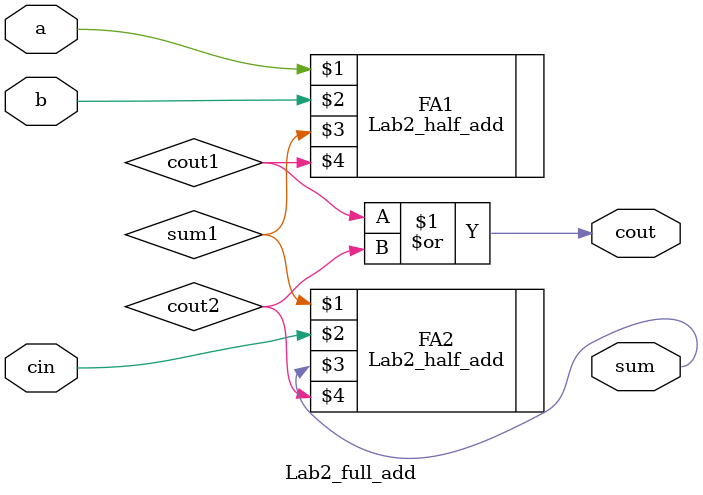
<source format=v>
module Lab2_full_add (input a, b, cin, output sum, cout);
    wire sum1, cout1, cout2;
	Lab2_half_add FA1(a, b, sum1, cout1);
	Lab2_half_add FA2(sum1, cin, sum, cout2);
	or #(2) G1(cout, cout1, cout2);
endmodule
</source>
